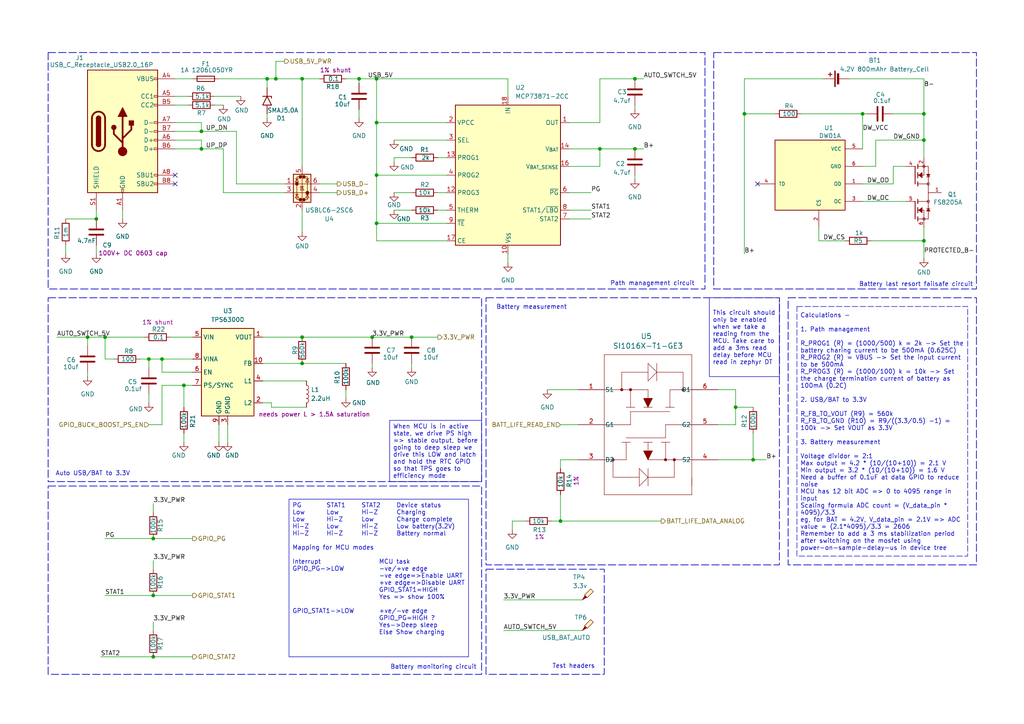
<source format=kicad_sch>
(kicad_sch (version 20250114) (generator "eeschema") (generator_version "9.0")
  (paper "A4")
  (title_block (title "Power management and BAT protection") (rev "v1") (comment 1 "Wake up only when charging") (comment 2 "Once we detect low battery from MCP73871 we enter deep sleep mode") (comment 3 "It is the last line of defense for the battery. It should handle overcharging though") (comment 4 "DW01A should never activate for low battery under normal circumstance ") (comment 5 "Battery specification - 4.2v 800mA hr Li battery"))
  (lib_symbols
    (symbol "Battery_Management:MCP73871-2CC"
      (property "Reference" "U2" (at 2.1433 25.4 0))
      (property "Value" "MCP73871-2CC" (at 2.1433 22.86 0))
      (symbol "MCP73871-2CC_1_1"
        (pin input line (at -17.78 15.24 0) (length 2.54) (name "VPCC") (number "2"))
        (pin input line (at -17.78 10.16 0) (length 2.54) (name "SEL") (number "3"))
        (pin bidirectional line (at -17.78 5.08 0) (length 2.54) (name "PROG1") (number "13"))
        (pin input line (at -17.78 0 0) (length 2.54) (name "PROG2") (number "4"))
        (pin bidirectional line (at -17.78 -5.08 0) (length 2.54) (name "PROG3") (number "12"))
        (pin bidirectional line (at -17.78 -10.16 0) (length 2.54) (name "THERM") (number "5"))
        (pin input line (at -17.78 -13.97 0) (length 2.54) (name "~{TE}") (number "9"))
        (pin input line (at -17.78 -19.05 0) (length 2.54) (name "CE") (number "17"))
        (pin power_in line (at 0 22.86 270) (length 2.54) (name "IN") (number "18"))
        (pin passive line (at 0 22.86 270) (length 2.54) (hide yes) (name "IN") (number "19"))
        (pin power_in line (at 0 -22.86 90) (length 2.54) (name "V_{SS}") (number "10"))
        (pin passive line (at 0 -22.86 90) (length 2.54) (hide yes) (name "V_{SS}") (number "11"))
        (pin passive line (at 0 -22.86 90) (length 2.54) (hide yes) (name "V_{SS}") (number "21"))
        (pin power_out line (at 17.78 15.24 180) (length 2.54) (name "OUT") (number "1"))
        (pin passive line (at 17.78 15.24 180) (length 2.54) (hide yes) (name "OUT") (number "20"))
        (pin power_out line (at 17.78 7.62 180) (length 2.54) (name "V_{BAT}") (number "14"))
        (pin passive line (at 17.78 7.62 180) (length 2.54) (hide yes) (name "V_{BAT}") (number "15"))
        (pin input line (at 17.78 2.54 180) (length 2.54) (name "V_{BAT_SENSE}") (number "16"))
        (pin open_collector line (at 17.78 -5.08 180) (length 2.54) (name "~{PG}") (number "6"))
        (pin open_collector line (at 17.78 -10.16 180) (length 2.54) (name "STAT1/~{LBO}") (number "8"))
        (pin open_collector line (at 17.78 -12.7 180) (length 2.54) (name "STAT2") (number "7"))
      )
    )
    (symbol "Connector:TestPoint_Probe" (pin_numbers (hide yes)) (pin_names (offset 0.762) (hide yes))
      (property "Reference" "TP" (at 1.651 5.842 0))
      (property "Value" "TestPoint_Probe" (at 1.651 4.064 0))
      (symbol "TestPoint_Probe_1_1"
        (pin passive line (at 0 0 90) (length 0) (name "1") (number "1"))
      )
    )
    (symbol "Connector:USB_C_Receptacle_USB2.0_16P" (pin_names (offset 1.016))
      (property "Reference" "J" (at 0 22.225 0))
      (property "Value" "USB_C_Receptacle_USB2.0_16P" (at 0 19.685 0))
      (symbol "USB_C_Receptacle_USB2.0_16P_1_1"
        (pin passive line (at -7.62 -22.86 90) (length 5.08) (name "SHIELD") (number "S1"))
        (pin passive line (at 0 -22.86 90) (length 5.08) (name "GND") (number "A1"))
        (pin passive line (at 0 -22.86 90) (length 5.08) (hide yes) (name "GND") (number "A12"))
        (pin passive line (at 0 -22.86 90) (length 5.08) (hide yes) (name "GND") (number "B1"))
        (pin passive line (at 0 -22.86 90) (length 5.08) (hide yes) (name "GND") (number "B12"))
        (pin passive line (at 15.24 15.24 180) (length 5.08) (name "VBUS") (number "A4"))
        (pin passive line (at 15.24 15.24 180) (length 5.08) (hide yes) (name "VBUS") (number "A9"))
        (pin passive line (at 15.24 15.24 180) (length 5.08) (hide yes) (name "VBUS") (number "B4"))
        (pin passive line (at 15.24 15.24 180) (length 5.08) (hide yes) (name "VBUS") (number "B9"))
        (pin bidirectional line (at 15.24 10.16 180) (length 5.08) (name "CC1") (number "A5"))
        (pin bidirectional line (at 15.24 7.62 180) (length 5.08) (name "CC2") (number "B5"))
        (pin bidirectional line (at 15.24 2.54 180) (length 5.08) (name "D-") (number "A7"))
        (pin bidirectional line (at 15.24 0 180) (length 5.08) (name "D-") (number "B7"))
        (pin bidirectional line (at 15.24 -2.54 180) (length 5.08) (name "D+") (number "A6"))
        (pin bidirectional line (at 15.24 -5.08 180) (length 5.08) (name "D+") (number "B6"))
        (pin bidirectional line (at 15.24 -12.7 180) (length 5.08) (name "SBU1") (number "A8"))
        (pin bidirectional line (at 15.24 -15.24 180) (length 5.08) (name "SBU2") (number "B8"))
      )
    )
    (symbol "DW01A:DW01A" (pin_names (offset 1.016))
      (property "Reference" "U1" (at 4.064 13.716 0))
      (property "Value" "DW01A" (at 2.54 11.43 0))
      (symbol "DW01A_0_0"
        (pin passive line (at -15.24 -2.54 0) (length 5.08) (name "TD") (number "4"))
        (pin input line (at 2.54 -15.24 90) (length 5.08) (name "CS") (number "2"))
        (pin power_in line (at 15.24 7.62 180) (length 5.08) (name "VCC") (number "5"))
        (pin power_in line (at 15.24 2.54 180) (length 5.08) (name "GND") (number "6"))
        (pin output line (at 15.24 -2.54 180) (length 5.08) (name "OD") (number "1"))
        (pin output line (at 15.24 -7.62 180) (length 5.08) (name "OC") (number "3"))
      )
    )
    (symbol "Device:Battery_Cell" (pin_numbers (hide yes)) (pin_names (offset 0) (hide yes))
      (property "Reference" "BT" (at 2.54 2.54 0))
      (property "Value" "Battery_Cell" (at 2.54 0 0))
      (symbol "Battery_Cell_1_1"
        (pin passive line (at 0 5.08 270) (length 2.54) (name "+") (number "1"))
        (pin passive line (at 0 -2.54 90) (length 2.54) (name "-") (number "2"))
      )
    )
    (symbol "Device:C" (pin_numbers (hide yes)) (pin_names (offset 0.254))
      (property "Reference" "C" (at 0.635 2.54 0))
      (property "Value" "C" (at 0.635 -2.54 0))
      (symbol "C_1_1"
        (pin passive line (at 0 3.81 270) (length 2.794) (name "~") (number "1"))
        (pin passive line (at 0 -3.81 90) (length 2.794) (name "~") (number "2"))
      )
    )
    (symbol "Device:Fuse" (pin_numbers (hide yes)) (pin_names (offset 0))
      (property "Reference" "F" (at 2.032 0 90))
      (property "Value" "Fuse" (at -1.905 0 90))
      (symbol "Fuse_1_1"
        (pin passive line (at 0 3.81 270) (length 1.27) (name "~") (number "1"))
        (pin passive line (at 0 -3.81 90) (length 1.27) (name "~") (number "2"))
      )
    )
    (symbol "Device:L" (pin_numbers (hide yes)) (pin_names (offset 1.016) (hide yes))
      (property "Reference" "L" (at -1.27 0 90))
      (property "Value" "L" (at 1.905 0 90))
      (symbol "L_1_1"
        (pin passive line (at 0 3.81 270) (length 1.27) (name "1") (number "1"))
        (pin passive line (at 0 -3.81 90) (length 1.27) (name "2") (number "2"))
      )
    )
    (symbol "Device:R" (pin_numbers (hide yes)) (pin_names (offset 0))
      (property "Reference" "R" (at 2.032 0 90))
      (property "Value" "R" (at 0 0 90))
      (symbol "R_1_1"
        (pin passive line (at 0 3.81 270) (length 1.27) (name "~") (number "1"))
        (pin passive line (at 0 -3.81 90) (length 1.27) (name "~") (number "2"))
      )
    )
    (symbol "Diode:SMAJ5.0A" (pin_numbers (hide yes)) (pin_names (offset 1.016) (hide yes))
      (property "Reference" "D" (at 0 2.54 0))
      (property "Value" "SMAJ5.0A" (at 0 -2.54 0))
      (symbol "SMAJ5.0A_1_1"
        (pin passive line (at -3.81 0 0) (length 2.54) (name "A1") (number "1"))
        (pin passive line (at 3.81 0 180) (length 2.54) (name "A2") (number "2"))
      )
    )
    (symbol "FS8205A:FS8205A" (pin_names (offset 1.016))
      (property "Reference" "Q" (at -11.43 7.62 0))
      (property "Value" "FS8205A" (at -11.43 -12.7 0))
      (symbol "FS8205A_0_0"
        (pin passive line (at -5.08 2.54 0) (length 2.54) (name "~") (number "5"))
        (pin passive line (at -5.08 -7.62 0) (length 2.54) (name "~") (number "4"))
        (pin passive line (at 0 10.16 270) (length 2.54) (name "~") (number "6"))
        (pin passive line (at 0 10.16 270) (length 2.54) (hide yes) (name "~") (number "7"))
        (pin passive line (at 0 -10.16 90) (length 2.54) (name "~") (number "2"))
        (pin passive line (at 0 -10.16 90) (length 2.54) (hide yes) (name "~") (number "3"))
        (pin passive line (at 5.08 0 180) (length 2.54) (name "~") (number "1"))
        (pin passive line (at 5.08 0 180) (length 2.54) (hide yes) (name "~") (number "8"))
      )
    )
    (symbol "Power_Protection:USBLC6-2SC6" (pin_names (hide yes))
      (property "Reference" "U" (at 0.635 5.715 0))
      (property "Value" "USBLC6-2SC6" (at 0.635 3.81 0))
      (symbol "USBLC6-2SC6_1_1"
        (pin passive line (at -5.08 0 0) (length 2.54) (name "I/O1") (number "1"))
        (pin passive line (at -5.08 -2.54 0) (length 2.54) (name "I/O2") (number "3"))
        (pin passive line (at 0 5.08 270) (length 2.54) (name "VBUS") (number "5"))
        (pin passive line (at 0 -7.62 90) (length 2.54) (name "GND") (number "2"))
        (pin passive line (at 5.08 0 180) (length 2.54) (name "I/O1") (number "6"))
        (pin passive line (at 5.08 -2.54 180) (length 2.54) (name "I/O2") (number "4"))
      )
    )
    (symbol "Regulator_Switching:TPS63000"
      (property "Reference" "U3" (at 0 17.78 0))
      (property "Value" "TPS63000" (at 0 15.24 0))
      (symbol "TPS63000_1_1"
        (pin power_in line (at -10.16 10.16 0) (length 2.54) (name "VIN") (number "5"))
        (pin power_in line (at -10.16 3.81 0) (length 2.54) (name "VINA") (number "8"))
        (pin input line (at -10.16 0 0) (length 2.54) (name "EN") (number "6"))
        (pin input line (at -10.16 -3.81 0) (length 2.54) (name "PS/SYNC") (number "7"))
        (pin power_in line (at -2.54 -15.24 90) (length 2.54) (name "GND") (number "9"))
        (pin passive line (at 0 -15.24 90) (length 2.54) (hide yes) (name "PGND") (number "11"))
        (pin power_in line (at 0 -15.24 90) (length 2.54) (name "PGND") (number "3"))
        (pin power_out line (at 10.16 10.16 180) (length 2.54) (name "VOUT") (number "1"))
        (pin input line (at 10.16 2.54 180) (length 2.54) (name "FB") (number "10"))
        (pin input line (at 10.16 -2.54 180) (length 2.54) (name "L1") (number "4"))
        (pin input line (at 10.16 -8.89 180) (length 2.54) (name "L2") (number "2"))
      )
    )
    (symbol "Si1016X:SI1016X-T1-GE3" (pin_names (offset 0.254))
      (property "Reference" "U" (at 20.32 17.78 0))
      (property "Value" "SI1016X-T1-GE3" (at 20.32 5.08 0))
      (symbol "SI1016X-T1-GE3_0_1"
        (pin bidirectional line (at 0 0 0) (length 7.62) (name "S1") (number "1"))
        (pin bidirectional line (at 0 -10.16 0) (length 7.62) (name "G1") (number "2"))
        (pin bidirectional line (at 0 -20.32 0) (length 7.62) (name "D2") (number "3"))
        (pin bidirectional line (at 40.64 0 180) (length 7.62) (name "D1") (number "6"))
        (pin bidirectional line (at 40.64 -10.16 180) (length 7.62) (name "G2") (number "5"))
        (pin unspecified line (at 40.64 -20.32 180) (length 7.62) (name "S2") (number "4"))
      )
    )
    (symbol "power:GND" (power) (pin_names (offset 0))
      (property "Value" "GND" (at 0 -3.81 0))
      (symbol "GND_1_1"
        (pin power_in line (at 0 0 270) (length 0) (hide yes) (name "GND") (number "1"))
      )
    )
  )
  (rectangle (start 140.97 86.36) (end 226.06 163.83) (stroke (width 0.2) (type dash)))
  (rectangle (start 13.97 15.24) (end 204.47 83.82) (stroke (width 0.2) (type dash)))
  (rectangle (start 140.97 165.1) (end 175.26 195.58) (stroke (width 0.2) (type dash)))
  (rectangle (start 13.97 86.36) (end 139.7 139.7) (stroke (width 0.2) (type dash)))
  (rectangle (start 228.6 86.36) (end 283.21 163.83) (stroke (width 0.2) (type dash)))
  (rectangle (start 207.01 15.24) (end 283.21 83.82) (stroke (width 0.2) (type dash)))
  (rectangle (start 13.97 140.97) (end 139.7 195.58) (stroke (width 0.2) (type dash)))
  (text "Path management circuit\n" (at 189.23 82.296 0) (effects (font (size 1.27 1.27))))
  (text "Battery measurement" (at 154.178 89.154 0) (effects (font (size 1.27 1.27))))
  (text "Test headers" (at 166.37 193.294 0) (effects (font (size 1.27 1.27))))
  (text "Battery last resort failsafe circuit" (at 265.684 82.55 0) (effects (font (size 1.27 1.27))))
  (text "Battery monitoring circuit" (at 125.73 193.548 0) (effects (font (size 1.27 1.27))))
  (text "Auto USB/BAT to 3.3V" (at 26.924 137.414 0) (effects (font (size 1.27 1.27))))
  (text_box "PG		STAT1	STAT2	Device status\nLow		Low		Hi-Z	Charging\nLow		Hi-Z	Low		Charge complete\nHi-Z	Low		Hi-Z	Low battery(3.2V)\nHi-Z	Hi-Z	Hi-Z	Battery normal\n\nMapping for MCU modes\n\nInterrupt			MCU task \nGPIO_PG->LOW		-ve/+ve edge\n					-ve edge=>Enable UART\n					+ve edge=>Disable UART\n					GPIO_STAT1=HIGH\n					Yes => show 100%\n\nGPIO_STAT1->LOW 	+ve/-ve edge\n					GPIO_PG=HIGH ?\n					Yes->Deep sleep\n					Else Show charging\n					\n\n" (at 83.82 144.78 0) (size 52.07 45.72) (margins 0.9525 0.9525 0.9525 0.9525) (effects (font (size 1.27 1.27)) (justify left top)))
  (text_box "Calculations - \n\n1. Path management\n\nR_PROG1 (R) = (1000/500) k = 2k -> Set the battery charing current to be 500mA (0.625C)\nR_PROG2 (R) = VBUS -> Set the input current to be 500mA\nR_PROG3 (R) = (1000/100) k = 10k -> Set the charge termination current of battery as 100mA (0.2C)\n\n2. USB/BAT to 3.3V\n\nR_FB_TO_VOUT (R9) = 560k\nR_FB_TO_GND (R10) = R9/((3.3/0.5) -1) = 100k -> Set VOUT as 3.3V\n\n3. Battery measurement\n\nVoltage dividor = 2:1\nMax output = 4.2 * (10/(10+10)) = 2.1 V\nMin output = 3.2 * (10/(10+10)) = 1.6 V\nNeed a buffer of 0.1uF at data GPIO to reduce noise\nMCU has 12 bit ADC => 0 to 4095 range in input \nScaling formula ADC count = (V_data_pin * 4095)/3.3\neg, for BAT = 4.2V, V_data_pin = 2.1V => ADC value = (2.1*4095)/3.3 = 2606\nRemember to add a 3 ms stabilization period after switching on the mosfet using power-on-sample-delay-us in device tree\n" (at 231.14 88.9 0) (size 49.53 72.39) (margins 0.9525 0.9525 0.9525 0.9525) (stroke (width 0) (type dash)) (effects (font (size 1.27 1.27)) (justify left)))
  (text_box "When MCU is in active state, we drive PS high => stable output, before going to deep sleep we drive this LOW and latch and hold the RTC GPIO so that TPS goes to efficiency mode" (at 113.03 121.92 0) (size 26.67 17.78) (margins 0.9525 0.9525 0.9525 0.9525) (effects (font (size 1.27 1.27)) (justify left top)))
  (text_box "This circuit should only be enabled when we take a reading from the MCU. Take care to add a 3ms read delay before MCU read in zephyr DT" (at 205.74 86.36 0) (size 20.32 22.86) (margins 0.9525 0.9525 0.9525 0.9525) (effects (font (size 1.27 1.27)) (justify left)))
  (junction (at 87.63 105.41))
  (junction (at 77.47 22.86))
  (junction (at 109.22 50.8))
  (junction (at 44.45 172.72))
  (junction (at 25.4 97.79))
  (junction (at 44.45 190.5))
  (junction (at 87.63 22.86))
  (junction (at 80.01 22.86))
  (junction (at 109.22 22.86))
  (junction (at 87.63 97.79))
  (junction (at 173.99 43.18))
  (junction (at 215.9 33.02))
  (junction (at 267.97 40.64))
  (junction (at 58.42 43.18))
  (junction (at 46.99 104.14))
  (junction (at 267.97 69.85))
  (junction (at 109.22 35.56))
  (junction (at 53.34 111.76))
  (junction (at 107.95 97.79))
  (junction (at 44.45 156.21))
  (junction (at 267.97 33.02))
  (junction (at 58.42 38.1))
  (junction (at 218.44 133.35))
  (junction (at 109.22 64.77))
  (junction (at 184.15 43.18))
  (junction (at 184.15 22.86))
  (junction (at 43.18 104.14))
  (junction (at 104.14 22.86))
  (junction (at 30.48 97.79))
  (junction (at 27.94 63.5))
  (junction (at 213.36 118.11))
  (junction (at 162.56 151.13))
  (junction (at 119.38 97.79))
  (junction (at 250.19 33.02))
  (no_connect (at 50.8 53.34))
  (no_connect (at 50.8 50.8))
  (no_connect (at 219.71 53.34))
  (wire (pts (xy 238.76 22.86) (xy 215.9 22.86)))
  (wire (pts (xy 208.28 133.35) (xy 218.44 133.35)))
  (wire (pts (xy 50.8 30.48) (xy 54.61 30.48)))
  (wire (pts (xy 64.77 43.18) (xy 64.77 55.88)))
  (wire (pts (xy 237.49 66.04) (xy 237.49 69.85)))
  (wire (pts (xy 68.58 38.1) (xy 68.58 53.34)))
  (wire (pts (xy 162.56 151.13) (xy 191.77 151.13)))
  (wire (pts (xy 92.71 53.34) (xy 97.79 53.34)))
  (wire (pts (xy 50.8 43.18) (xy 58.42 43.18)))
  (wire (pts (xy 76.2 110.49) (xy 88.9 110.49)))
  (wire (pts (xy 267.97 33.02) (xy 267.97 40.64)))
  (wire (pts (xy 267.97 69.85) (xy 267.97 74.93)))
  (wire (pts (xy 184.15 50.8) (xy 184.15 52.07)))
  (wire (pts (xy 50.8 40.64) (xy 58.42 40.64)))
  (wire (pts (xy 58.42 43.18) (xy 64.77 43.18)))
  (wire (pts (xy 50.8 35.56) (xy 58.42 35.56)))
  (wire (pts (xy 119.38 45.72) (xy 114.3 45.72)))
  (wire (pts (xy 40.64 104.14) (xy 43.18 104.14)))
  (wire (pts (xy 100.33 22.86) (xy 104.14 22.86)))
  (wire (pts (xy 27.94 71.12) (xy 27.94 73.66)))
  (wire (pts (xy 146.05 182.88) (xy 168.91 182.88)))
  (wire (pts (xy 250.19 48.26) (xy 254 48.26)))
  (wire (pts (xy 218.44 125.73) (xy 218.44 133.35)))
  (wire (pts (xy 215.9 33.02) (xy 215.9 73.66)))
  (wire (pts (xy 109.22 50.8) (xy 129.54 50.8)))
  (wire (pts (xy 46.99 104.14) (xy 46.99 107.95)))
  (wire (pts (xy 162.56 133.35) (xy 162.56 135.89)))
  (wire (pts (xy 35.56 60.96) (xy 35.56 63.5)))
  (wire (pts (xy 232.41 33.02) (xy 250.19 33.02)))
  (wire (pts (xy 63.5 123.19) (xy 63.5 128.27)))
  (wire (pts (xy 250.19 33.02) (xy 250.19 43.18)))
  (wire (pts (xy 213.36 118.11) (xy 218.44 118.11)))
  (wire (pts (xy 147.32 22.86) (xy 147.32 27.94)))
  (wire (pts (xy 129.54 60.96) (xy 127 60.96)))
  (wire (pts (xy 44.45 156.21) (xy 55.88 156.21)))
  (wire (pts (xy 30.48 97.79) (xy 25.4 97.79)))
  (wire (pts (xy 44.45 190.5) (xy 55.88 190.5)))
  (wire (pts (xy 53.34 125.73) (xy 53.34 128.27)))
  (wire (pts (xy 173.99 22.86) (xy 184.15 22.86)))
  (wire (pts (xy 147.32 73.66) (xy 147.32 76.2)))
  (wire (pts (xy 29.21 190.5) (xy 44.45 190.5)))
  (wire (pts (xy 46.99 111.76) (xy 53.34 111.76)))
  (wire (pts (xy 259.08 33.02) (xy 267.97 33.02)))
  (wire (pts (xy 173.99 43.18) (xy 184.15 43.18)))
  (wire (pts (xy 267.97 22.86) (xy 267.97 33.02)))
  (wire (pts (xy 80.01 22.86) (xy 87.63 22.86)))
  (wire (pts (xy 259.08 48.26) (xy 262.89 48.26)))
  (wire (pts (xy 62.23 30.48) (xy 64.77 30.48)))
  (wire (pts (xy 165.1 35.56) (xy 173.99 35.56)))
  (wire (pts (xy 82.55 17.78) (xy 80.01 17.78)))
  (wire (pts (xy 87.63 60.96) (xy 87.63 67.31)))
  (wire (pts (xy 109.22 50.8) (xy 109.22 64.77)))
  (wire (pts (xy 44.45 172.72) (xy 55.88 172.72)))
  (wire (pts (xy 218.44 133.35) (xy 222.25 133.35)))
  (wire (pts (xy 184.15 43.18) (xy 186.69 43.18)))
  (wire (pts (xy 44.45 146.05) (xy 44.45 148.59)))
  (wire (pts (xy 250.19 58.42) (xy 262.89 58.42)))
  (wire (pts (xy 44.45 162.56) (xy 44.45 165.1)))
  (wire (pts (xy 215.9 33.02) (xy 224.79 33.02)))
  (wire (pts (xy 127 45.72) (xy 129.54 45.72)))
  (wire (pts (xy 104.14 31.75) (xy 104.14 34.29)))
  (wire (pts (xy 78.74 116.84) (xy 78.74 118.11)))
  (wire (pts (xy 109.22 69.85) (xy 129.54 69.85)))
  (wire (pts (xy 165.1 60.96) (xy 171.45 60.96)))
  (wire (pts (xy 184.15 30.48) (xy 184.15 31.75)))
  (wire (pts (xy 165.1 55.88) (xy 171.45 55.88)))
  (wire (pts (xy 66.04 123.19) (xy 66.04 128.27)))
  (wire (pts (xy 246.38 22.86) (xy 267.97 22.86)))
  (wire (pts (xy 173.99 43.18) (xy 173.99 48.26)))
  (wire (pts (xy 25.4 107.95) (xy 25.4 109.22)))
  (wire (pts (xy 267.97 66.04) (xy 267.97 69.85)))
  (wire (pts (xy 87.63 22.86) (xy 92.71 22.86)))
  (wire (pts (xy 68.58 53.34) (xy 82.55 53.34)))
  (wire (pts (xy 27.94 60.96) (xy 27.94 63.5)))
  (wire (pts (xy 109.22 35.56) (xy 129.54 35.56)))
  (wire (pts (xy 44.45 180.34) (xy 44.45 182.88)))
  (wire (pts (xy 165.1 63.5) (xy 171.45 63.5)))
  (wire (pts (xy 165.1 48.26) (xy 173.99 48.26)))
  (wire (pts (xy 76.2 105.41) (xy 87.63 105.41)))
  (wire (pts (xy 30.48 156.21) (xy 44.45 156.21)))
  (wire (pts (xy 100.33 113.03) (xy 100.33 115.57)))
  (wire (pts (xy 114.3 45.72) (xy 114.3 46.99)))
  (wire (pts (xy 92.71 55.88) (xy 97.79 55.88)))
  (wire (pts (xy 208.28 123.19) (xy 213.36 123.19)))
  (wire (pts (xy 158.75 113.03) (xy 167.64 113.03)))
  (wire (pts (xy 167.64 133.35) (xy 162.56 133.35)))
  (wire (pts (xy 76.2 116.84) (xy 78.74 116.84)))
  (wire (pts (xy 46.99 104.14) (xy 55.88 104.14)))
  (wire (pts (xy 148.59 151.13) (xy 148.59 153.67)))
  (wire (pts (xy 76.2 97.79) (xy 87.63 97.79)))
  (wire (pts (xy 58.42 35.56) (xy 58.42 38.1)))
  (wire (pts (xy 162.56 123.19) (xy 167.64 123.19)))
  (wire (pts (xy 146.05 173.99) (xy 168.91 173.99)))
  (wire (pts (xy 109.22 22.86) (xy 147.32 22.86)))
  (wire (pts (xy 50.8 38.1) (xy 58.42 38.1)))
  (wire (pts (xy 77.47 22.86) (xy 80.01 22.86)))
  (wire (pts (xy 267.97 40.64) (xy 267.97 45.72)))
  (wire (pts (xy 43.18 114.3) (xy 43.18 116.84)))
  (wire (pts (xy 160.02 151.13) (xy 162.56 151.13)))
  (wire (pts (xy 58.42 40.64) (xy 58.42 43.18)))
  (wire (pts (xy 25.4 97.79) (xy 16.51 97.79)))
  (wire (pts (xy 58.42 38.1) (xy 68.58 38.1)))
  (wire (pts (xy 77.47 22.86) (xy 77.47 25.4)))
  (wire (pts (xy 109.22 22.86) (xy 109.22 35.56)))
  (wire (pts (xy 62.23 27.94) (xy 69.85 27.94)))
  (wire (pts (xy 43.18 104.14) (xy 43.18 106.68)))
  (wire (pts (xy 46.99 123.19) (xy 46.99 111.76)))
  (wire (pts (xy 63.5 22.86) (xy 77.47 22.86)))
  (wire (pts (xy 104.14 22.86) (xy 104.14 24.13)))
  (wire (pts (xy 237.49 69.85) (xy 245.11 69.85)))
  (wire (pts (xy 114.3 60.96) (xy 119.38 60.96)))
  (wire (pts (xy 19.05 63.5) (xy 27.94 63.5)))
  (wire (pts (xy 53.34 111.76) (xy 53.34 118.11)))
  (wire (pts (xy 107.95 105.41) (xy 107.95 106.68)))
  (wire (pts (xy 250.19 53.34) (xy 259.08 53.34)))
  (wire (pts (xy 213.36 113.03) (xy 213.36 118.11)))
  (wire (pts (xy 87.63 22.86) (xy 87.63 48.26)))
  (wire (pts (xy 87.63 105.41) (xy 100.33 105.41)))
  (wire (pts (xy 259.08 53.34) (xy 259.08 48.26)))
  (wire (pts (xy 119.38 105.41) (xy 119.38 106.68)))
  (wire (pts (xy 162.56 143.51) (xy 162.56 151.13)))
  (wire (pts (xy 127 55.88) (xy 129.54 55.88)))
  (wire (pts (xy 43.18 123.19) (xy 46.99 123.19)))
  (wire (pts (xy 53.34 111.76) (xy 55.88 111.76)))
  (wire (pts (xy 50.8 22.86) (xy 55.88 22.86)))
  (wire (pts (xy 250.19 33.02) (xy 251.46 33.02)))
  (wire (pts (xy 254 40.64) (xy 267.97 40.64)))
  (wire (pts (xy 25.4 97.79) (xy 25.4 100.33)))
  (wire (pts (xy 46.99 107.95) (xy 55.88 107.95)))
  (wire (pts (xy 184.15 22.86) (xy 186.69 22.86)))
  (wire (pts (xy 215.9 22.86) (xy 215.9 33.02)))
  (wire (pts (xy 77.47 33.02) (xy 77.47 34.29)))
  (wire (pts (xy 80.01 17.78) (xy 80.01 22.86)))
  (wire (pts (xy 114.3 40.64) (xy 129.54 40.64)))
  (wire (pts (xy 49.53 97.79) (xy 55.88 97.79)))
  (wire (pts (xy 104.14 22.86) (xy 109.22 22.86)))
  (wire (pts (xy 107.95 97.79) (xy 119.38 97.79)))
  (wire (pts (xy 109.22 35.56) (xy 109.22 50.8)))
  (wire (pts (xy 208.28 113.03) (xy 213.36 113.03)))
  (wire (pts (xy 109.22 64.77) (xy 129.54 64.77)))
  (wire (pts (xy 109.22 64.77) (xy 109.22 69.85)))
  (wire (pts (xy 254 48.26) (xy 254 40.64)))
  (wire (pts (xy 64.77 55.88) (xy 82.55 55.88)))
  (wire (pts (xy 165.1 43.18) (xy 173.99 43.18)))
  (wire (pts (xy 173.99 35.56) (xy 173.99 22.86)))
  (wire (pts (xy 148.59 151.13) (xy 152.4 151.13)))
  (wire (pts (xy 19.05 71.12) (xy 19.05 73.66)))
  (wire (pts (xy 43.18 104.14) (xy 46.99 104.14)))
  (wire (pts (xy 30.48 172.72) (xy 44.45 172.72)))
  (wire (pts (xy 50.8 27.94) (xy 54.61 27.94)))
  (wire (pts (xy 213.36 118.11) (xy 213.36 123.19)))
  (wire (pts (xy 119.38 97.79) (xy 127 97.79)))
  (wire (pts (xy 114.3 55.88) (xy 119.38 55.88)))
  (wire (pts (xy 30.48 97.79) (xy 41.91 97.79)))
  (wire (pts (xy 30.48 104.14) (xy 33.02 104.14)))
  (wire (pts (xy 252.73 69.85) (xy 267.97 69.85)))
  (wire (pts (xy 87.63 97.79) (xy 107.95 97.79)))
  (wire (pts (xy 30.48 97.79) (xy 30.48 104.14)))
  (wire (pts (xy 78.74 118.11) (xy 88.9 118.11)))
  (label "3.3V_PWR" (at 44.45 180.34 0))
  (label "PG" (at 30.48 156.21 0))
  (label "USB_5V" (at 106.68 22.86 0))
  (label "DW_OC" (at 251.46 58.42 0))
  (label "UP_DP" (at 59.69 43.18 0))
  (label "PG" (at 171.45 55.88 0))
  (label "AUTO_SWTCH_5V" (at 186.69 22.86 0))
  (label "DW_GND" (at 259.08 40.64 0))
  (label "3.3V_PWR" (at 146.05 173.99 0))
  (label "STAT2" (at 29.21 190.5 0))
  (label "AUTO_SWTCH_5V" (at 16.51 97.79 0))
  (label "3.3V_PWR" (at 44.45 162.56 0))
  (label "STAT1" (at 171.45 60.96 0))
  (label "STAT2" (at 171.45 63.5 0))
  (label "3.3V_PWR" (at 44.45 146.05 0))
  (label "3.3V_PWR" (at 107.95 97.79 0))
  (label "B+" (at 186.69 43.18 0))
  (label "DW_VCC" (at 250.19 38.1 0))
  (label "B-" (at 267.97 25.4 0))
  (label "PROTECTED_B-" (at 267.97 73.66 0))
  (label "UP_DN" (at 59.69 38.1 0))
  (label "B+" (at 222.25 133.35 0))
  (label "DW_OD" (at 251.46 53.34 0))
  (label "B+" (at 215.9 73.66 0))
  (label "DW_CS" (at 238.76 69.85 0))
  (label "STAT1" (at 30.48 172.72 0))
  (label "AUTO_SWTCH_5V" (at 146.05 182.88 0))
  (hierarchical_label "USB_D+" (shape output) (at 97.79 55.88 0))
  (hierarchical_label "GPIO_PG" (shape output) (at 55.88 156.21 0))
  (hierarchical_label "3.3V_PWR" (shape output) (at 127 97.79 0))
  (hierarchical_label "BATT_LIFE_DATA_ANALOG" (shape output) (at 191.77 151.13 0))
  (hierarchical_label "GPIO_STAT2" (shape output) (at 55.88 190.5 0))
  (hierarchical_label "USB_5V_PWR" (shape output) (at 82.55 17.78 0))
  (hierarchical_label "USB_D-" (shape output) (at 97.79 53.34 0))
  (hierarchical_label "BATT_LIFE_READ_EN" (shape input) (at 162.56 123.19 180))
  (hierarchical_label "GPIO_BUCK_BOOST_PS_EN" (shape input) (at 43.18 123.19 180))
  (hierarchical_label "GPIO_STAT1" (shape output) (at 55.88 172.72 0))
  (symbol (lib_id "Device:C") (at 184.15 46.99 0) (unit 1)
    (property "Reference" "C2" (at 178.562 47.498 0) (effects (justify left)))
    (property "Value" "4.7uf" (at 177.8 50.038 0) (effects (justify left)))
    (property "Footprint" "Capacitor_SMD:C_0603_1608Metric" (effects (hide yes)))
    (property "Description" "Unpolarized capacitor" (effects (hide yes)))
  )
  (symbol (lib_id "Device:C") (at 27.94 67.31 0) (unit 1)
    (property "Reference" "C9" (at 29.718 71.12 0) (effects (justify left)))
    (property "Value" "4.7nF" (at 22.352 69.85 0) (effects (justify left)))
    (property "Footprint" "Capacitor_SMD:C_0603_1608Metric_Pad1.08x0.95mm_HandSolder" (effects (hide yes)))
    (property "Description" "100V+ DC 0603 cap" (at 38.608 73.406 0))
  )
  (symbol (lib_id "Device:L") (at 88.9 114.3 0) (unit 1)
    (property "Reference" "L1" (at 90.17 113.0299 0) (effects (justify left)))
    (property "Value" "2.2uH" (at 90.17 115.5699 0) (effects (justify left)))
    (property "Footprint" "Inductor_SMD:L_Sunlord_SWPA4030S" (effects (hide yes)))
    (property "Datasheet" "Sunlord SWPA4030S2R2MT" (effects (hide yes)))
    (property "Description" "needs power L > 1.5A saturation" (at 91.186 120.142 0))
  )
  (symbol (lib_id "Device:C") (at 255.27 33.02 270) (unit 1)
    (property "Reference" "C4" (at 254 27.432 90) (effects (justify left)))
    (property "Value" "0.1uf" (at 253.238 29.21 90) (effects (justify left)))
    (property "Footprint" "Capacitor_SMD:C_0603_1608Metric" (effects (hide yes)))
    (property "Description" "Unpolarized capacitor" (effects (hide yes)))
  )
  (symbol (lib_id "power:GND") (at 158.75 113.03 0) (unit 1)
    (property "Reference" "#PWR025" (effects (hide yes)))
    (property "Value" "GND" (at 158.75 118.11 0))
    (property "Description" "Power symbol creates a global label with name \"GND\" , ground" (effects (hide yes)))
  )
  (symbol (lib_id "power:GND") (at 107.95 106.68 0) (unit 1)
    (property "Reference" "#PWR017" (effects (hide yes)))
    (property "Value" "GND" (at 108.204 110.998 0))
    (property "Description" "Power symbol creates a global label with name \"GND\" , ground" (effects (hide yes)))
  )
  (symbol (lib_id "power:GND") (at 69.85 27.94 0) (unit 1)
    (property "Reference" "#PWR010" (effects (hide yes)))
    (property "Value" "GND" (at 70.104 32.004 0))
    (property "Description" "Power symbol creates a global label with name \"GND\" , ground" (effects (hide yes)))
  )
  (symbol (lib_id "Device:R") (at 123.19 45.72 90) (unit 1)
    (property "Reference" "R1" (at 123.19 43.434 90))
    (property "Value" "2k" (at 123.444 45.72 90))
    (property "Footprint" "Resistor_SMD:R_0603_1608Metric_Pad0.98x0.95mm_HandSolder" (effects (hide yes)))
    (property "Description" "Resistor" (effects (hide yes)))
  )
  (symbol (lib_id "Device:R") (at 44.45 168.91 0) (unit 1)
    (property "Reference" "R16" (at 46.482 168.91 90))
    (property "Value" "100k" (at 44.45 168.91 90))
    (property "Footprint" "Resistor_SMD:R_0603_1608Metric_Pad0.98x0.95mm_HandSolder" (effects (hide yes)))
    (property "Description" "Resistor" (effects (hide yes)))
  )
  (symbol (lib_id "Power_Protection:USBLC6-2SC6") (at 87.63 53.34 0) (unit 1)
    (property "Reference" "U4" (at 95.504 63.5 0))
    (property "Value" "USBLC6-2SC6" (at 95.504 60.96 0))
    (property "Footprint" "Package_TO_SOT_SMD:SOT-23-6" (effects (hide yes)))
    (property "Datasheet" "https://www.st.com/resource/en/datasheet/usblc6-2.pdf" (effects (hide yes)))
    (property "Description" "Very low capacitance ESD protection diode, 2 data-line, SOT-23-6" (effects (hide yes)))
  )
  (symbol (lib_id "power:GND") (at 53.34 128.27 0) (unit 1)
    (property "Reference" "#PWR026" (effects (hide yes)))
    (property "Value" "GND" (at 51.816 132.08 0))
    (property "Description" "Power symbol creates a global label with name \"GND\" , ground" (effects (hide yes)))
  )
  (symbol (lib_id "power:GND") (at 114.3 60.96 0) (unit 1)
    (property "Reference" "#PWR09" (effects (hide yes)))
    (property "Value" "GND" (at 117.094 63.5 0))
    (property "Description" "Power symbol creates a global label with name \"GND\" , ground" (effects (hide yes)))
  )
  (symbol (lib_id "Regulator_Switching:TPS63000") (at 66.04 107.95 0) (unit 1)
    (property "Reference" "U3" (at 66.04 90.17 0))
    (property "Value" "TPS63000" (at 66.04 92.71 0))
    (property "Footprint" "Package_SON:Texas_DRC0010J_ThermalVias" (effects (hide yes)))
    (property "Datasheet" "http://www.ti.com/lit/ds/symlink/tps63000.pdf" (effects (hide yes)))
    (property "Description" "Buck-Boost Converter, 1.8-5.5V Input Voltage, 1.8A Switch Current, Adjustable 1.2-5.5V Output Voltage, VSON-10" (effects (hide yes)))
  )
  (symbol (lib_id "Device:R") (at 45.72 97.79 90) (unit 1)
    (property "Reference" "R22" (at 45.974 95.504 90))
    (property "Value" "0.1" (at 45.974 97.79 90))
    (property "Footprint" "Resistor_SMD:R_0603_1608Metric_Pad0.98x0.95mm_HandSolder" (effects (hide yes)))
    (property "Description" "1% shunt" (at 45.72 93.472 90))
  )
  (symbol (lib_id "power:GND") (at 66.04 128.27 0) (unit 1)
    (property "Reference" "#PWR023" (effects (hide yes)))
    (property "Value" "GND" (at 67.31 132.08 0))
    (property "Description" "Power symbol creates a global label with name \"GND\" , ground" (effects (hide yes)))
  )
  (symbol (lib_id "power:GND") (at 64.77 30.48 0) (unit 1)
    (property "Reference" "#PWR011" (effects (hide yes)))
    (property "Value" "GND" (at 65.024 34.544 0))
    (property "Description" "Power symbol creates a global label with name \"GND\" , ground" (effects (hide yes)))
  )
  (symbol (lib_id "Device:C") (at 104.14 27.94 0) (unit 1)
    (property "Reference" "C1" (at 98.044 28.194 0) (effects (justify left)))
    (property "Value" "10uf" (at 97.028 30.226 0) (effects (justify left)))
    (property "Footprint" "Capacitor_SMD:C_0603_1608Metric" (effects (hide yes)))
    (property "Description" "Unpolarized capacitor" (effects (hide yes)))
  )
  (symbol (lib_id "Device:R") (at 44.45 186.69 0) (unit 1)
    (property "Reference" "R17" (at 46.482 186.69 90))
    (property "Value" "100k" (at 44.45 186.69 90))
    (property "Footprint" "Resistor_SMD:R_0603_1608Metric_Pad0.98x0.95mm_HandSolder" (effects (hide yes)))
    (property "Description" "Resistor" (effects (hide yes)))
  )
  (symbol (lib_id "Device:C") (at 119.38 101.6 0) (unit 1)
    (property "Reference" "C8" (at 123.698 101.6 0) (effects (justify left)))
    (property "Value" "10uf" (at 122.682 103.632 0) (effects (justify left)))
    (property "Footprint" "Capacitor_SMD:C_0603_1608Metric" (effects (hide yes)))
    (property "Description" "Unpolarized capacitor" (effects (hide yes)))
  )
  (symbol (lib_id "Device:Fuse") (at 59.69 22.86 90) (unit 1)
    (property "Reference" "F1" (at 59.69 18.542 90))
    (property "Value" "1A 1206L050YR" (at 59.944 20.32 90))
    (property "Footprint" "Fuse:Fuse_1206_3216Metric" (effects (hide yes)))
    (property "Description" "Fuse" (effects (hide yes)))
  )
  (symbol (lib_id "power:GND") (at 43.18 116.84 0) (unit 1)
    (property "Reference" "#PWR015" (effects (hide yes)))
    (property "Value" "GND" (at 39.37 118.618 0))
    (property "Description" "Power symbol creates a global label with name \"GND\" , ground" (effects (hide yes)))
  )
  (symbol (lib_id "Device:R") (at 58.42 27.94 90) (unit 1)
    (property "Reference" "R6" (at 58.166 25.654 90))
    (property "Value" "5.1k" (at 58.674 27.94 90))
    (property "Footprint" "Resistor_SMD:R_0603_1608Metric_Pad0.98x0.95mm_HandSolder" (effects (hide yes)))
    (property "Description" "Resistor" (effects (hide yes)))
  )
  (symbol (lib_id "Device:R") (at 218.44 121.92 180) (unit 1)
    (property "Reference" "R12" (at 215.9 122.174 90))
    (property "Value" "100k" (at 218.44 121.92 90))
    (property "Footprint" "Resistor_SMD:R_0603_1608Metric_Pad0.98x0.95mm_HandSolder" (effects (hide yes)))
    (property "Description" "Resistor" (effects (hide yes)))
  )
  (symbol (lib_id "power:GND") (at 114.3 46.99 0) (unit 1)
    (property "Reference" "#PWR06" (effects (hide yes)))
    (property "Value" "GND" (at 118.11 48.514 0))
    (property "Description" "Power symbol creates a global label with name \"GND\" , ground" (effects (hide yes)))
  )
  (symbol (lib_id "Connector:USB_C_Receptacle_USB2.0_16P") (at 35.56 38.1 0) (unit 1)
    (property "Reference" "J1" (at 23.114 16.764 0))
    (property "Value" "USB_C_Receptacle_USB2.0_16P" (at 29.464 18.796 0))
    (property "Footprint" "Connector_USB:USB_C_Receptacle_HRO_TYPE-C-31-M-12" (effects (hide yes)))
    (property "Datasheet" "https://www.usb.org/sites/default/files/documents/usb_type-c.zip" (effects (hide yes)))
    (property "Description" "USB 2.0-only 16P Type-C Receptacle connector" (effects (hide yes)))
  )
  (symbol (lib_id "power:GND") (at 35.56 63.5 0) (unit 1)
    (property "Reference" "#PWR013" (effects (hide yes)))
    (property "Value" "GND" (at 35.56 68.58 0))
    (property "Description" "Power symbol creates a global label with name \"GND\" , ground" (effects (hide yes)))
  )
  (symbol (lib_id "Device:R") (at 123.19 55.88 90) (unit 1)
    (property "Reference" "R2" (at 123.19 53.594 90))
    (property "Value" "10k" (at 123.19 55.88 90))
    (property "Footprint" "Resistor_SMD:R_0603_1608Metric_Pad0.98x0.95mm_HandSolder" (effects (hide yes)))
    (property "Description" "Resistor" (effects (hide yes)))
  )
  (symbol (lib_id "Device:R") (at 19.05 67.31 180) (unit 1)
    (property "Reference" "R11" (at 16.51 67.564 90))
    (property "Value" "1m" (at 19.05 67.31 90))
    (property "Footprint" "Resistor_SMD:R_0603_1608Metric_Pad0.98x0.95mm_HandSolder" (effects (hide yes)))
    (property "Description" "Resistor" (effects (hide yes)))
  )
  (symbol (lib_id "power:GND") (at 114.3 55.88 0) (unit 1)
    (property "Reference" "#PWR07" (effects (hide yes)))
    (property "Value" "GND" (at 114.3 59.436 0))
    (property "Description" "Power symbol creates a global label with name \"GND\" , ground" (effects (hide yes)))
  )
  (symbol (lib_id "Device:Battery_Cell") (at 243.84 22.86 90) (unit 1)
    (property "Reference" "BT1" (at 253.746 17.526 90))
    (property "Value" "4.2V 800mAhr Battery_Cell" (at 256.54 20.066 90))
    (property "Footprint" "Connector_JST:JST_PH_B2B-PH-SM4-TB_1x02-1MP_P2.00mm_Vertical" (effects (hide yes)))
    (property "Description" "Single-cell battery" (effects (hide yes)))
  )
  (symbol (lib_id "power:GND") (at 147.32 76.2 0) (unit 1)
    (property "Reference" "#PWR08" (effects (hide yes)))
    (property "Value" "GND" (at 147.32 81.28 0))
    (property "Description" "Power symbol creates a global label with name \"GND\" , ground" (effects (hide yes)))
  )
  (symbol (lib_id "Device:R") (at 100.33 109.22 180) (unit 1)
    (property "Reference" "R10" (at 97.79 109.474 90))
    (property "Value" "100k" (at 100.33 109.22 90))
    (property "Footprint" "Resistor_SMD:R_0603_1608Metric_Pad0.98x0.95mm_HandSolder" (effects (hide yes)))
    (property "Description" "Resistor" (effects (hide yes)))
  )
  (symbol (lib_id "Device:C") (at 43.18 110.49 0) (unit 1)
    (property "Reference" "C5" (at 37.084 110.744 0) (effects (justify left)))
    (property "Value" "0.1uf" (at 36.068 112.776 0) (effects (justify left)))
    (property "Footprint" "Capacitor_SMD:C_0603_1608Metric" (effects (hide yes)))
    (property "Description" "Unpolarized capacitor" (effects (hide yes)))
  )
  (symbol (lib_id "power:GND") (at 87.63 67.31 0) (unit 1)
    (property "Reference" "#PWR012" (effects (hide yes)))
    (property "Value" "GND" (at 87.63 71.374 0))
    (property "Description" "Power symbol creates a global label with name \"GND\" , ground" (effects (hide yes)))
  )
  (symbol (lib_id "Device:R") (at 36.83 104.14 90) (unit 1)
    (property "Reference" "R8" (at 37.338 101.854 90))
    (property "Value" "100" (at 37.084 104.14 90))
    (property "Footprint" "Resistor_SMD:R_0603_1608Metric_Pad0.98x0.95mm_HandSolder" (effects (hide yes)))
    (property "Description" "Resistor" (effects (hide yes)))
  )
  (symbol (lib_id "Device:C") (at 25.4 104.14 0) (unit 1)
    (property "Reference" "C6" (at 19.304 104.394 0) (effects (justify left)))
    (property "Value" "10uf" (at 18.288 106.426 0) (effects (justify left)))
    (property "Footprint" "Capacitor_SMD:C_0603_1608Metric" (effects (hide yes)))
    (property "Description" "Unpolarized capacitor" (effects (hide yes)))
  )
  (symbol (lib_id "Device:R") (at 123.19 60.96 90) (unit 1)
    (property "Reference" "R3" (at 123.19 63.246 90))
    (property "Value" "10k" (at 123.19 60.96 90))
    (property "Footprint" "Resistor_SMD:R_0603_1608Metric_Pad0.98x0.95mm_HandSolder" (effects (hide yes)))
    (property "Description" "Resistor" (effects (hide yes)))
  )
  (symbol (lib_id "power:GND") (at 19.05 73.66 0) (unit 1)
    (property "Reference" "#PWR020" (effects (hide yes)))
    (property "Value" "GND" (at 19.05 78.74 0))
    (property "Description" "Power symbol creates a global label with name \"GND\" , ground" (effects (hide yes)))
  )
  (symbol (lib_id "power:GND") (at 25.4 109.22 0) (unit 1)
    (property "Reference" "#PWR016" (effects (hide yes)))
    (property "Value" "GND" (at 25.4 114.3 0))
    (property "Description" "Power symbol creates a global label with name \"GND\" , ground" (effects (hide yes)))
  )
  (symbol (lib_id "power:GND") (at 27.94 73.66 0) (unit 1)
    (property "Reference" "#PWR014" (effects (hide yes)))
    (property "Value" "GND" (at 27.94 78.74 0))
    (property "Description" "Power symbol creates a global label with name \"GND\" , ground" (effects (hide yes)))
  )
  (symbol (lib_id "power:GND") (at 77.47 34.29 0) (unit 1)
    (property "Reference" "#PWR021" (effects (hide yes)))
    (property "Value" "GND" (at 77.47 39.37 0))
    (property "Description" "Power symbol creates a global label with name \"GND\" , ground" (effects (hide yes)))
  )
  (symbol (lib_id "Device:R") (at 228.6 33.02 90) (unit 1)
    (property "Reference" "R4" (at 228.854 30.734 90))
    (property "Value" "100" (at 228.854 33.02 90))
    (property "Footprint" "Resistor_SMD:R_0603_1608Metric_Pad0.98x0.95mm_HandSolder" (effects (hide yes)))
    (property "Description" "Resistor" (effects (hide yes)))
  )
  (symbol (lib_id "Device:R") (at 162.56 139.7 0) (unit 1)
    (property "Reference" "R14" (at 165.1 139.446 90))
    (property "Value" "10k" (at 162.56 139.7 90))
    (property "Footprint" "Resistor_SMD:R_0603_1608Metric_Pad0.98x0.95mm_HandSolder" (effects (hide yes)))
    (property "Description" "1%" (at 167.132 139.446 90))
  )
  (symbol (lib_id "power:GND") (at 184.15 52.07 0) (unit 1)
    (property "Reference" "#PWR03" (effects (hide yes)))
    (property "Value" "GND" (at 184.15 57.15 0))
    (property "Description" "Power symbol creates a global label with name \"GND\" , ground" (effects (hide yes)))
  )
  (symbol (lib_id "Battery_Management:MCP73871-2CC") (at 147.32 50.8 0) (unit 1)
    (property "Reference" "U2" (at 149.4633 25.4 0) (effects (justify left)))
    (property "Value" "MCP73871-2CC" (at 149.4633 27.94 0) (effects (justify left)))
    (property "Footprint" "Package_DFN_QFN:QFN-20-1EP_4x4mm_P0.5mm_EP2.5x2.5mm" (effects (hide yes)))
    (property "Datasheet" "http://www.mouser.com/ds/2/268/22090a-52174.pdf" (effects (hide yes)))
    (property "Description" "Single cell, Li-Ion/Li-Po charge management controller, 4.20V, 6h safety timer, 3.1V LBO threshold" (effects (hide yes)))
  )
  (symbol (lib_id "Device:R") (at 53.34 121.92 0) (mirror x) (unit 1)
    (property "Reference" "R21" (at 55.88 122.174 90))
    (property "Value" "100k" (at 53.34 121.92 90))
    (property "Footprint" "Resistor_SMD:R_0603_1608Metric_Pad0.98x0.95mm_HandSolder" (effects (hide yes)))
    (property "Description" "Resistor" (effects (hide yes)))
  )
  (symbol (lib_id "power:GND") (at 184.15 31.75 0) (unit 1)
    (property "Reference" "#PWR05" (effects (hide yes)))
    (property "Value" "GND" (at 184.15 36.83 0))
    (property "Description" "Power symbol creates a global label with name \"GND\" , ground" (effects (hide yes)))
  )
  (symbol (lib_id "Device:R") (at 58.42 30.48 90) (unit 1)
    (property "Reference" "R7" (at 58.42 32.766 90))
    (property "Value" "5.1k" (at 58.674 30.48 90))
    (property "Footprint" "Resistor_SMD:R_0603_1608Metric_Pad0.98x0.95mm_HandSolder" (effects (hide yes)))
    (property "Description" "Resistor" (effects (hide yes)))
  )
  (symbol (lib_id "power:GND") (at 63.5 128.27 0) (unit 1)
    (property "Reference" "#PWR022" (effects (hide yes)))
    (property "Value" "GND" (at 61.976 132.08 0))
    (property "Description" "Power symbol creates a global label with name \"GND\" , ground" (effects (hide yes)))
  )
  (symbol (lib_id "power:GND") (at 267.97 74.93 0) (unit 1)
    (property "Reference" "#PWR04" (effects (hide yes)))
    (property "Value" "GND" (at 267.97 78.994 0))
    (property "Description" "Power symbol creates a global label with name \"GND\" , ground" (effects (hide yes)))
  )
  (symbol (lib_id "power:GND") (at 100.33 115.57 0) (unit 1)
    (property "Reference" "#PWR019" (effects (hide yes)))
    (property "Value" "GND" (at 104.14 116.84 0))
    (property "Description" "Power symbol creates a global label with name \"GND\" , ground" (effects (hide yes)))
  )
  (symbol (lib_id "Connector:TestPoint_Probe") (at 168.91 173.99 0) (unit 1)
    (property "Reference" "TP4" (at 166.116 167.386 0) (effects (justify left)))
    (property "Value" "3.3v" (at 166.116 169.926 0) (effects (justify left)))
    (property "Footprint" "TestPoint:TestPoint_Pad_2.0x2.0mm" (effects (hide yes)))
    (property "Description" "test point (alternative probe-style design)" (effects (hide yes)))
  )
  (symbol (lib_id "power:GND") (at 104.14 34.29 0) (unit 1)
    (property "Reference" "#PWR01" (effects (hide yes)))
    (property "Value" "GND" (at 104.14 39.37 0))
    (property "Description" "Power symbol creates a global label with name \"GND\" , ground" (effects (hide yes)))
  )
  (symbol (lib_id "power:GND") (at 148.59 153.67 0) (unit 1)
    (property "Reference" "#PWR024" (effects (hide yes)))
    (property "Value" "GND" (at 148.59 158.75 0))
    (property "Description" "Power symbol creates a global label with name \"GND\" , ground" (effects (hide yes)))
  )
  (symbol (lib_id "Device:R") (at 248.92 69.85 270) (unit 1)
    (property "Reference" "R5" (at 248.92 69.85 90))
    (property "Value" "1k" (at 249.174 67.564 90))
    (property "Footprint" "Resistor_SMD:R_0603_1608Metric_Pad0.98x0.95mm_HandSolder" (effects (hide yes)))
    (property "Description" "Resistor" (effects (hide yes)))
  )
  (symbol (lib_id "Device:C") (at 107.95 101.6 0) (unit 1)
    (property "Reference" "C7" (at 112.014 101.6 0) (effects (justify left)))
    (property "Value" "10uf" (at 110.998 103.632 0) (effects (justify left)))
    (property "Footprint" "Capacitor_SMD:C_0603_1608Metric" (effects (hide yes)))
    (property "Description" "Unpolarized capacitor" (effects (hide yes)))
  )
  (symbol (lib_id "Device:R") (at 156.21 151.13 270) (unit 1)
    (property "Reference" "R13" (at 156.464 153.67 90))
    (property "Value" "10k" (at 156.21 151.13 90))
    (property "Footprint" "Resistor_SMD:R_0603_1608Metric_Pad0.98x0.95mm_HandSolder" (effects (hide yes)))
    (property "Description" "1%" (at 156.464 155.702 90))
  )
  (symbol (lib_id "power:GND") (at 119.38 106.68 0) (unit 1)
    (property "Reference" "#PWR018" (effects (hide yes)))
    (property "Value" "GND" (at 119.38 110.744 0))
    (property "Description" "Power symbol creates a global label with name \"GND\" , ground" (effects (hide yes)))
  )
  (symbol (lib_id "DW01A:DW01A") (at 234.95 50.8 0) (unit 1)
    (property "Reference" "U1" (at 239.014 37.084 0) (effects (justify left)))
    (property "Value" "DW01A" (at 237.49 39.37 0) (effects (justify left)))
    (property "Footprint" "DW01A:SOT95P280X145-6N" (effects (hide yes)))
    (property "MF" "Fortune Semiconductor" (effects (hide yes)))
    (property "SNAPEDA_PACKAGE_ID" "103849" (effects (hide yes)))
    (property "Package" "SOT-23-6 Fortune Semiconductor" (effects (hide yes)))
    (property "Price" "None" (effects (hide yes)))
    (property "Check_prices" "https://www.snapeda.com/parts/DW01A/Fortune+Semiconductor/view-part/?ref=eda" (effects (hide yes)))
    (property "STANDARD" "IPC 7351B" (effects (hide yes)))
    (property "PARTREV" "1.8" (effects (hide yes)))
    (property "SnapEDA_Link" "https://www.snapeda.com/parts/DW01A/Fortune+Semiconductor/view-part/?ref=snap" (effects (hide yes)))
    (property "MP" "DW01A" (effects (hide yes)))
    (property "Description_1" "One Cell Lithium-ion/Polymer Battery Protection IC" (effects (hide yes)))
    (property "MANUFACTURER" "Fortune Semiconductor" (effects (hide yes)))
    (property "Availability" "Not in stock" (effects (hide yes)))
    (property "MAXIMUM_PACKAGE_HEIGHT" "1.45mm" (effects (hide yes)))
  )
  (symbol (lib_id "FS8205A:FS8205A") (at 267.97 55.88 0) (mirror x) (unit 1)
    (property "Reference" "Q1" (at 277.622 56.388 0) (effects (justify right)))
    (property "Value" "FS8205A" (at 279.146 58.674 0) (effects (justify right)))
    (property "Footprint" "FS8205A:SOP65P640X120-8N" (effects (hide yes)))
    (property "MF" "Fortune Semiconductor" (effects (hide yes)))
    (property "MAXIMUM_PACKAGE_HEIGHT" "1.2mm" (effects (hide yes)))
    (property "Package" "Package" (effects (hide yes)))
    (property "Price" "None" (effects (hide yes)))
    (property "Check_prices" "https://www.snapeda.com/parts/FS8205A/Fortune+Semiconductor/view-part/?ref=eda" (effects (hide yes)))
    (property "STANDARD" "IPC 7351B" (effects (hide yes)))
    (property "PARTREV" "1.7" (effects (hide yes)))
    (property "SnapEDA_Link" "https://www.snapeda.com/parts/FS8205A/Fortune+Semiconductor/view-part/?ref=snap" (effects (hide yes)))
    (property "MP" "FS8205A" (effects (hide yes)))
    (property "Availability" "In Stock" (effects (hide yes)))
    (property "MANUFACTURER" "Fortune Semiconductor" (effects (hide yes)))
  )
  (symbol (lib_id "power:GND") (at 114.3 40.64 0) (unit 1)
    (property "Reference" "#PWR02" (effects (hide yes)))
    (property "Value" "GND" (at 117.856 43.18 0))
    (property "Description" "Power symbol creates a global label with name \"GND\" , ground" (effects (hide yes)))
  )
  (symbol (lib_id "Device:R") (at 96.52 22.86 90) (unit 1)
    (property "Reference" "R18" (at 96.52 25.146 90))
    (property "Value" "0.1" (at 96.774 22.86 90))
    (property "Footprint" "Resistor_SMD:R_0603_1608Metric_Pad0.98x0.95mm_HandSolder" (effects (hide yes)))
    (property "Description" "1% shunt" (at 97.282 20.32 90))
  )
  (symbol (lib_id "Diode:SMAJ5.0A") (at 77.47 29.21 270) (unit 1)
    (property "Reference" "D1" (at 81.534 34.29 90))
    (property "Value" "SMAJ5.0A" (at 82.042 32.004 90))
    (property "Footprint" "Diode_SMD:D_SMA" (effects (hide yes)))
    (property "Datasheet" "https://www.littelfuse.com/media?resourcetype=datasheets&itemid=75e32973-b177-4ee3-a0ff-cedaf1abdb93&filename=smaj-datasheet" (effects (hide yes)))
    (property "Description" "400W unidirectional Transient Voltage Suppressor, 5.0Vr, SMA(DO-214AC)" (effects (hide yes)))
  )
  (symbol (lib_id "Device:R") (at 44.45 152.4 0) (unit 1)
    (property "Reference" "R15" (at 46.482 152.4 90))
    (property "Value" "100k" (at 44.45 152.4 90))
    (property "Footprint" "Resistor_SMD:R_0603_1608Metric_Pad0.98x0.95mm_HandSolder" (effects (hide yes)))
    (property "Description" "Resistor" (effects (hide yes)))
  )
  (symbol (lib_id "Device:C") (at 184.15 26.67 0) (unit 1)
    (property "Reference" "C3" (at 179.07 26.67 0) (effects (justify left)))
    (property "Value" "4.7uf" (at 177.8 29.21 0) (effects (justify left)))
    (property "Footprint" "Capacitor_SMD:C_0603_1608Metric" (effects (hide yes)))
    (property "Description" "Unpolarized capacitor" (effects (hide yes)))
  )
  (symbol (lib_id "Connector:TestPoint_Probe") (at 168.91 182.88 0) (unit 1)
    (property "Reference" "TP6" (at 166.624 179.07 0) (effects (justify left)))
    (property "Value" "USB_BAT_AUTO" (at 157.226 184.912 0) (effects (justify left)))
    (property "Footprint" "TestPoint:TestPoint_Pad_2.0x2.0mm" (effects (hide yes)))
    (property "Description" "test point (alternative probe-style design)" (effects (hide yes)))
  )
  (symbol (lib_id "Device:R") (at 87.63 101.6 180) (unit 1)
    (property "Reference" "R9" (at 85.598 101.6 90))
    (property "Value" "560k" (at 87.63 101.6 90))
    (property "Footprint" "Resistor_SMD:R_0603_1608Metric_Pad0.98x0.95mm_HandSolder" (effects (hide yes)))
    (property "Description" "Resistor" (effects (hide yes)))
  )
  (symbol (lib_id "Si1016X:SI1016X-T1-GE3") (at 167.64 113.03 0) (unit 1)
    (property "Reference" "U5" (at 187.452 97.536 0) (effects (font (size 1.524 1.524))))
    (property "Value" "SI1016X-T1-GE3" (at 187.96 100.33 0) (effects (font (size 1.524 1.524))))
    (property "Footprint" "footprints:SOT_X-T1-GE3_VIS-M" (effects (hide yes)))
    (property "Datasheet" "https://www.vishay.com/doc?71168" (effects (hide yes)))
  )
)
</source>
